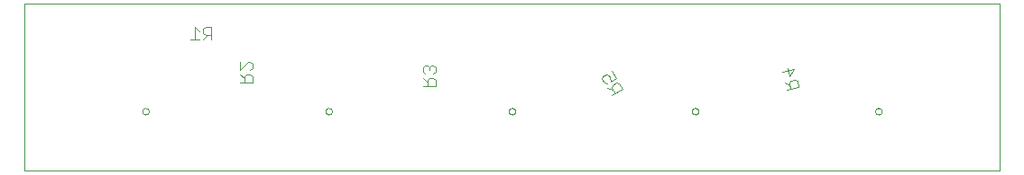
<source format=gbo>
G75*
%MOIN*%
%OFA0B0*%
%FSLAX24Y24*%
%IPPOS*%
%LPD*%
%AMOC8*
5,1,8,0,0,1.08239X$1,22.5*
%
%ADD10C,0.0000*%
%ADD11C,0.0040*%
D10*
X000100Y000123D02*
X000100Y006331D01*
X036124Y006331D01*
X036124Y000123D01*
X000100Y000123D01*
X004451Y002335D02*
X004453Y002356D01*
X004459Y002376D01*
X004468Y002396D01*
X004480Y002413D01*
X004495Y002427D01*
X004513Y002439D01*
X004533Y002447D01*
X004553Y002452D01*
X004574Y002453D01*
X004595Y002450D01*
X004615Y002444D01*
X004634Y002433D01*
X004651Y002420D01*
X004664Y002404D01*
X004675Y002386D01*
X004683Y002366D01*
X004687Y002346D01*
X004687Y002324D01*
X004683Y002304D01*
X004675Y002284D01*
X004664Y002266D01*
X004651Y002250D01*
X004634Y002237D01*
X004615Y002226D01*
X004595Y002220D01*
X004574Y002217D01*
X004553Y002218D01*
X004533Y002223D01*
X004513Y002231D01*
X004495Y002243D01*
X004480Y002257D01*
X004468Y002274D01*
X004459Y002294D01*
X004453Y002314D01*
X004451Y002335D01*
X011222Y002335D02*
X011224Y002356D01*
X011230Y002376D01*
X011239Y002396D01*
X011251Y002413D01*
X011266Y002427D01*
X011284Y002439D01*
X011304Y002447D01*
X011324Y002452D01*
X011345Y002453D01*
X011366Y002450D01*
X011386Y002444D01*
X011405Y002433D01*
X011422Y002420D01*
X011435Y002404D01*
X011446Y002386D01*
X011454Y002366D01*
X011458Y002346D01*
X011458Y002324D01*
X011454Y002304D01*
X011446Y002284D01*
X011435Y002266D01*
X011422Y002250D01*
X011405Y002237D01*
X011386Y002226D01*
X011366Y002220D01*
X011345Y002217D01*
X011324Y002218D01*
X011304Y002223D01*
X011284Y002231D01*
X011266Y002243D01*
X011251Y002257D01*
X011239Y002274D01*
X011230Y002294D01*
X011224Y002314D01*
X011222Y002335D01*
X017994Y002335D02*
X017996Y002356D01*
X018002Y002376D01*
X018011Y002396D01*
X018023Y002413D01*
X018038Y002427D01*
X018056Y002439D01*
X018076Y002447D01*
X018096Y002452D01*
X018117Y002453D01*
X018138Y002450D01*
X018158Y002444D01*
X018177Y002433D01*
X018194Y002420D01*
X018207Y002404D01*
X018218Y002386D01*
X018226Y002366D01*
X018230Y002346D01*
X018230Y002324D01*
X018226Y002304D01*
X018218Y002284D01*
X018207Y002266D01*
X018194Y002250D01*
X018177Y002237D01*
X018158Y002226D01*
X018138Y002220D01*
X018117Y002217D01*
X018096Y002218D01*
X018076Y002223D01*
X018056Y002231D01*
X018038Y002243D01*
X018023Y002257D01*
X018011Y002274D01*
X018002Y002294D01*
X017996Y002314D01*
X017994Y002335D01*
X024765Y002335D02*
X024767Y002356D01*
X024773Y002376D01*
X024782Y002396D01*
X024794Y002413D01*
X024809Y002427D01*
X024827Y002439D01*
X024847Y002447D01*
X024867Y002452D01*
X024888Y002453D01*
X024909Y002450D01*
X024929Y002444D01*
X024948Y002433D01*
X024965Y002420D01*
X024978Y002404D01*
X024989Y002386D01*
X024997Y002366D01*
X025001Y002346D01*
X025001Y002324D01*
X024997Y002304D01*
X024989Y002284D01*
X024978Y002266D01*
X024965Y002250D01*
X024948Y002237D01*
X024929Y002226D01*
X024909Y002220D01*
X024888Y002217D01*
X024867Y002218D01*
X024847Y002223D01*
X024827Y002231D01*
X024809Y002243D01*
X024794Y002257D01*
X024782Y002274D01*
X024773Y002294D01*
X024767Y002314D01*
X024765Y002335D01*
X031537Y002335D02*
X031539Y002356D01*
X031545Y002376D01*
X031554Y002396D01*
X031566Y002413D01*
X031581Y002427D01*
X031599Y002439D01*
X031619Y002447D01*
X031639Y002452D01*
X031660Y002453D01*
X031681Y002450D01*
X031701Y002444D01*
X031720Y002433D01*
X031737Y002420D01*
X031750Y002404D01*
X031761Y002386D01*
X031769Y002366D01*
X031773Y002346D01*
X031773Y002324D01*
X031769Y002304D01*
X031761Y002284D01*
X031750Y002266D01*
X031737Y002250D01*
X031720Y002237D01*
X031701Y002226D01*
X031681Y002220D01*
X031660Y002217D01*
X031639Y002218D01*
X031619Y002223D01*
X031599Y002231D01*
X031581Y002243D01*
X031566Y002257D01*
X031554Y002274D01*
X031545Y002294D01*
X031539Y002314D01*
X031537Y002335D01*
D11*
X028711Y003238D02*
X028266Y003118D01*
X028414Y003158D02*
X028355Y003380D01*
X028409Y003474D01*
X028557Y003514D01*
X028651Y003460D01*
X028711Y003238D01*
X028375Y003306D02*
X028187Y003415D01*
X028369Y003623D02*
X028290Y003919D01*
X028532Y003905D02*
X028369Y003623D01*
X028087Y003785D02*
X028532Y003905D01*
X022184Y003161D02*
X022069Y003361D01*
X021964Y003389D01*
X021831Y003312D01*
X021803Y003207D01*
X021918Y003008D01*
X021842Y003141D02*
X021632Y003197D01*
X021786Y002931D02*
X022184Y003161D01*
X021622Y003368D02*
X021517Y003396D01*
X021440Y003529D01*
X021468Y003634D01*
X021601Y003711D01*
X021706Y003683D01*
X021744Y003616D01*
X021755Y003445D01*
X021954Y003560D01*
X021801Y003826D01*
X015291Y003797D02*
X015215Y003721D01*
X014908Y003721D02*
X014831Y003797D01*
X014831Y003951D01*
X014908Y004027D01*
X014984Y004027D01*
X015061Y003951D01*
X015061Y003874D01*
X015061Y003951D02*
X015138Y004027D01*
X015215Y004027D01*
X015291Y003951D01*
X015291Y003797D01*
X015215Y003567D02*
X015061Y003567D01*
X014984Y003490D01*
X014984Y003260D01*
X014831Y003260D02*
X015291Y003260D01*
X015291Y003490D01*
X015215Y003567D01*
X014984Y003414D02*
X014831Y003567D01*
X008525Y003628D02*
X008525Y003398D01*
X008065Y003398D01*
X008218Y003398D02*
X008218Y003628D01*
X008295Y003705D01*
X008448Y003705D01*
X008525Y003628D01*
X008218Y003551D02*
X008065Y003705D01*
X008065Y003858D02*
X008372Y004165D01*
X008448Y004165D01*
X008525Y004088D01*
X008525Y003935D01*
X008448Y003858D01*
X008065Y003858D02*
X008065Y004165D01*
X007013Y005005D02*
X007013Y005466D01*
X006783Y005466D01*
X006707Y005389D01*
X006707Y005235D01*
X006783Y005159D01*
X007013Y005159D01*
X006860Y005159D02*
X006707Y005005D01*
X006553Y005005D02*
X006246Y005005D01*
X006400Y005005D02*
X006400Y005466D01*
X006553Y005312D01*
M02*

</source>
